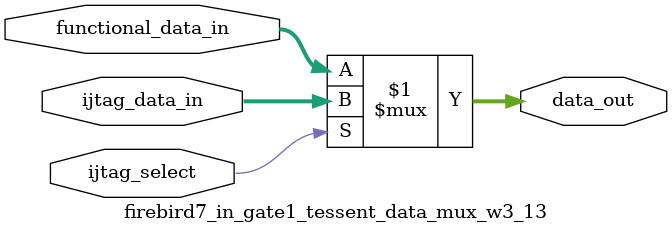
<source format=sv>

module firebird7_in_gate1_tessent_data_mux_w3_13 (
  input wire ijtag_select,
  input wire [2:0]  functional_data_in,
  input wire [2:0]  ijtag_data_in,
  output wire [2:0] data_out
);
assign data_out = (ijtag_select) ? ijtag_data_in : functional_data_in;
endmodule

</source>
